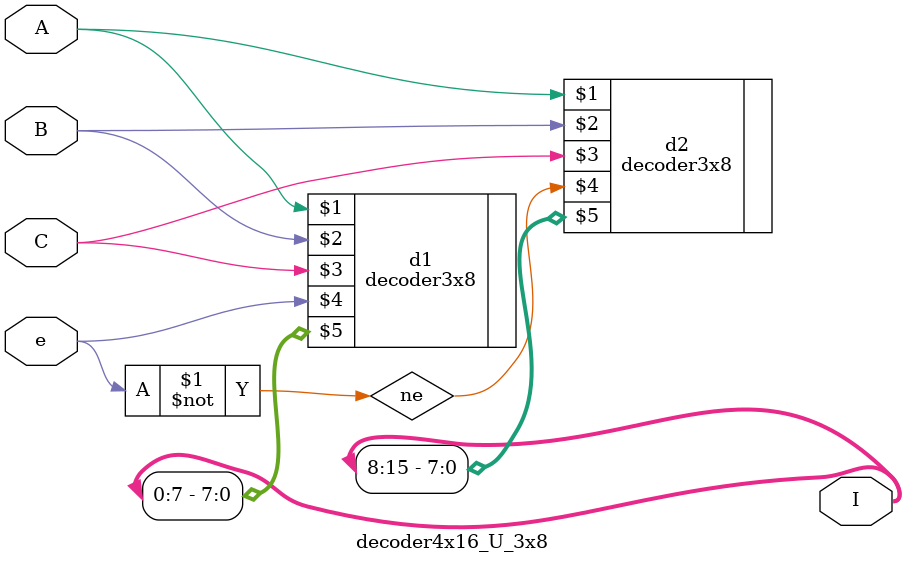
<source format=v>
module decoder4x16_U_3x8(A, B, C, e, I);
input A;
input B;
input C;
input e;
output [0:15]I;
wire ne;

not n1(ne, e);

decoder3x8 d1(A, B, C, e, I[0:7]);
decoder3x8 d2(A, B, C, ne, I[8:15]);

endmodule

</source>
